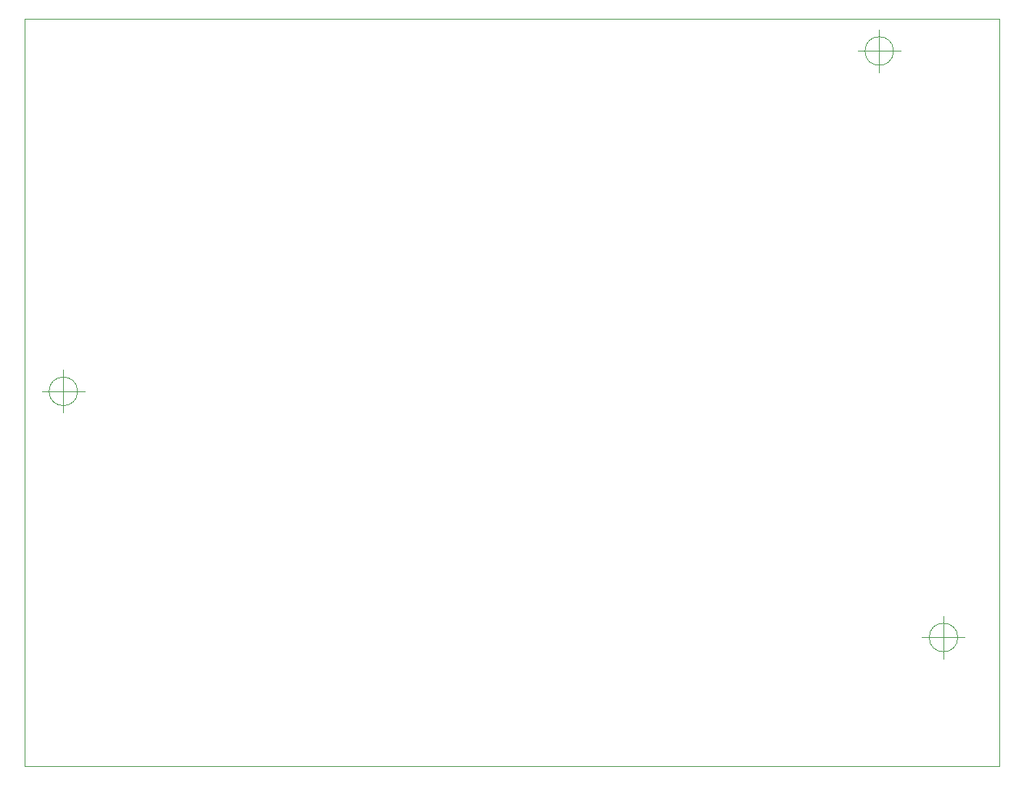
<source format=gbr>
G04 #@! TF.FileFunction,Profile,NP*
%FSLAX46Y46*%
G04 Gerber Fmt 4.6, Leading zero omitted, Abs format (unit mm)*
G04 Created by KiCad (PCBNEW 4.0.2-stable) date 15/07/2016 10:20:23*
%MOMM*%
G01*
G04 APERTURE LIST*
%ADD10C,0.100000*%
G04 APERTURE END LIST*
D10*
X112416666Y-81500000D02*
G75*
G03X112416666Y-81500000I-1666666J0D01*
G01*
X108250000Y-81500000D02*
X113250000Y-81500000D01*
X110750000Y-79000000D02*
X110750000Y-84000000D01*
X215166666Y-110250000D02*
G75*
G03X215166666Y-110250000I-1666666J0D01*
G01*
X211000000Y-110250000D02*
X216000000Y-110250000D01*
X213500000Y-107750000D02*
X213500000Y-112750000D01*
X207666666Y-41750000D02*
G75*
G03X207666666Y-41750000I-1666666J0D01*
G01*
X203500000Y-41750000D02*
X208500000Y-41750000D01*
X206000000Y-39250000D02*
X206000000Y-44250000D01*
X220000000Y-38000000D02*
X219750000Y-38000000D01*
X220000000Y-125250000D02*
X220000000Y-38000000D01*
X219750000Y-125250000D02*
X220000000Y-125250000D01*
X219750000Y-38000000D02*
X106250000Y-38000000D01*
X219500000Y-125250000D02*
X219750000Y-125250000D01*
X106250000Y-125250000D02*
X219500000Y-125250000D01*
X106250000Y-38000000D02*
X106250000Y-125250000D01*
M02*

</source>
